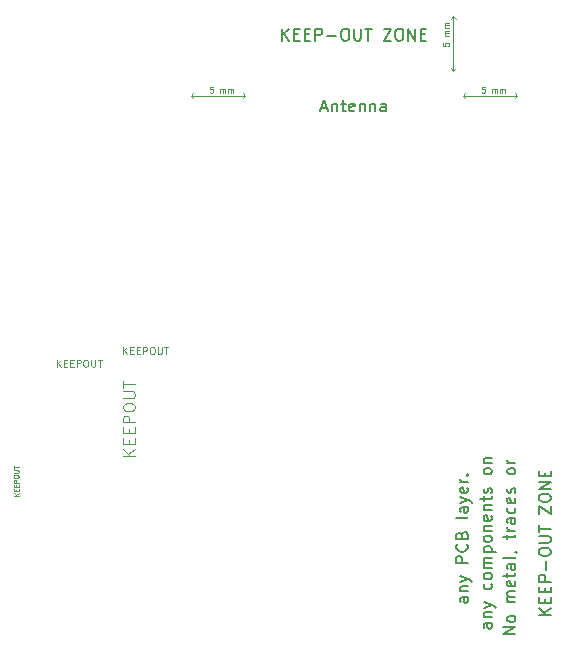
<source format=gbr>
%TF.GenerationSoftware,KiCad,Pcbnew,(6.0.0)*%
%TF.CreationDate,2022-09-29T23:41:46+02:00*%
%TF.ProjectId,bobbycar-lora-can-ethernet,626f6262-7963-4617-922d-6c6f72612d63,rev?*%
%TF.SameCoordinates,Original*%
%TF.FileFunction,Other,Comment*%
%FSLAX46Y46*%
G04 Gerber Fmt 4.6, Leading zero omitted, Abs format (unit mm)*
G04 Created by KiCad (PCBNEW (6.0.0)) date 2022-09-29 23:41:46*
%MOMM*%
%LPD*%
G01*
G04 APERTURE LIST*
%ADD10C,0.100000*%
%ADD11C,0.150000*%
%ADD12C,0.060000*%
%ADD13C,0.090000*%
G04 APERTURE END LIST*
D10*
%TO.C,U1*%
X18061904Y-1651190D02*
X17823809Y-1651190D01*
X17800000Y-1889285D01*
X17823809Y-1865476D01*
X17871428Y-1841666D01*
X17990476Y-1841666D01*
X18038095Y-1865476D01*
X18061904Y-1889285D01*
X18085714Y-1936904D01*
X18085714Y-2055952D01*
X18061904Y-2103571D01*
X18038095Y-2127380D01*
X17990476Y-2151190D01*
X17871428Y-2151190D01*
X17823809Y-2127380D01*
X17800000Y-2103571D01*
X18680952Y-2151190D02*
X18680952Y-1817857D01*
X18680952Y-1865476D02*
X18704761Y-1841666D01*
X18752380Y-1817857D01*
X18823809Y-1817857D01*
X18871428Y-1841666D01*
X18895238Y-1889285D01*
X18895238Y-2151190D01*
X18895238Y-1889285D02*
X18919047Y-1841666D01*
X18966666Y-1817857D01*
X19038095Y-1817857D01*
X19085714Y-1841666D01*
X19109523Y-1889285D01*
X19109523Y-2151190D01*
X19347619Y-2151190D02*
X19347619Y-1817857D01*
X19347619Y-1865476D02*
X19371428Y-1841666D01*
X19419047Y-1817857D01*
X19490476Y-1817857D01*
X19538095Y-1841666D01*
X19561904Y-1889285D01*
X19561904Y-2151190D01*
X19561904Y-1889285D02*
X19585714Y-1841666D01*
X19633333Y-1817857D01*
X19704761Y-1817857D01*
X19752380Y-1841666D01*
X19776190Y-1889285D01*
X19776190Y-2151190D01*
D11*
X27238095Y-3466666D02*
X27714285Y-3466666D01*
X27142857Y-3752380D02*
X27476190Y-2752380D01*
X27809523Y-3752380D01*
X28142857Y-3085714D02*
X28142857Y-3752380D01*
X28142857Y-3180952D02*
X28190476Y-3133333D01*
X28285714Y-3085714D01*
X28428571Y-3085714D01*
X28523809Y-3133333D01*
X28571428Y-3228571D01*
X28571428Y-3752380D01*
X28904761Y-3085714D02*
X29285714Y-3085714D01*
X29047619Y-2752380D02*
X29047619Y-3609523D01*
X29095238Y-3704761D01*
X29190476Y-3752380D01*
X29285714Y-3752380D01*
X30000000Y-3704761D02*
X29904761Y-3752380D01*
X29714285Y-3752380D01*
X29619047Y-3704761D01*
X29571428Y-3609523D01*
X29571428Y-3228571D01*
X29619047Y-3133333D01*
X29714285Y-3085714D01*
X29904761Y-3085714D01*
X30000000Y-3133333D01*
X30047619Y-3228571D01*
X30047619Y-3323809D01*
X29571428Y-3419047D01*
X30476190Y-3085714D02*
X30476190Y-3752380D01*
X30476190Y-3180952D02*
X30523809Y-3133333D01*
X30619047Y-3085714D01*
X30761904Y-3085714D01*
X30857142Y-3133333D01*
X30904761Y-3228571D01*
X30904761Y-3752380D01*
X31380952Y-3085714D02*
X31380952Y-3752380D01*
X31380952Y-3180952D02*
X31428571Y-3133333D01*
X31523809Y-3085714D01*
X31666666Y-3085714D01*
X31761904Y-3133333D01*
X31809523Y-3228571D01*
X31809523Y-3752380D01*
X32714285Y-3752380D02*
X32714285Y-3228571D01*
X32666666Y-3133333D01*
X32571428Y-3085714D01*
X32380952Y-3085714D01*
X32285714Y-3133333D01*
X32714285Y-3704761D02*
X32619047Y-3752380D01*
X32380952Y-3752380D01*
X32285714Y-3704761D01*
X32238095Y-3609523D01*
X32238095Y-3514285D01*
X32285714Y-3419047D01*
X32380952Y-3371428D01*
X32619047Y-3371428D01*
X32714285Y-3323809D01*
D10*
X37526190Y2036904D02*
X37526190Y1798809D01*
X37764285Y1775000D01*
X37740476Y1798809D01*
X37716666Y1846428D01*
X37716666Y1965476D01*
X37740476Y2013095D01*
X37764285Y2036904D01*
X37811904Y2060714D01*
X37930952Y2060714D01*
X37978571Y2036904D01*
X38002380Y2013095D01*
X38026190Y1965476D01*
X38026190Y1846428D01*
X38002380Y1798809D01*
X37978571Y1775000D01*
X38026190Y2655952D02*
X37692857Y2655952D01*
X37740476Y2655952D02*
X37716666Y2679761D01*
X37692857Y2727380D01*
X37692857Y2798809D01*
X37716666Y2846428D01*
X37764285Y2870238D01*
X38026190Y2870238D01*
X37764285Y2870238D02*
X37716666Y2894047D01*
X37692857Y2941666D01*
X37692857Y3013095D01*
X37716666Y3060714D01*
X37764285Y3084523D01*
X38026190Y3084523D01*
X38026190Y3322619D02*
X37692857Y3322619D01*
X37740476Y3322619D02*
X37716666Y3346428D01*
X37692857Y3394047D01*
X37692857Y3465476D01*
X37716666Y3513095D01*
X37764285Y3536904D01*
X38026190Y3536904D01*
X37764285Y3536904D02*
X37716666Y3560714D01*
X37692857Y3608333D01*
X37692857Y3679761D01*
X37716666Y3727380D01*
X37764285Y3751190D01*
X38026190Y3751190D01*
X41061904Y-1651190D02*
X40823809Y-1651190D01*
X40800000Y-1889285D01*
X40823809Y-1865476D01*
X40871428Y-1841666D01*
X40990476Y-1841666D01*
X41038095Y-1865476D01*
X41061904Y-1889285D01*
X41085714Y-1936904D01*
X41085714Y-2055952D01*
X41061904Y-2103571D01*
X41038095Y-2127380D01*
X40990476Y-2151190D01*
X40871428Y-2151190D01*
X40823809Y-2127380D01*
X40800000Y-2103571D01*
X41680952Y-2151190D02*
X41680952Y-1817857D01*
X41680952Y-1865476D02*
X41704761Y-1841666D01*
X41752380Y-1817857D01*
X41823809Y-1817857D01*
X41871428Y-1841666D01*
X41895238Y-1889285D01*
X41895238Y-2151190D01*
X41895238Y-1889285D02*
X41919047Y-1841666D01*
X41966666Y-1817857D01*
X42038095Y-1817857D01*
X42085714Y-1841666D01*
X42109523Y-1889285D01*
X42109523Y-2151190D01*
X42347619Y-2151190D02*
X42347619Y-1817857D01*
X42347619Y-1865476D02*
X42371428Y-1841666D01*
X42419047Y-1817857D01*
X42490476Y-1817857D01*
X42538095Y-1841666D01*
X42561904Y-1889285D01*
X42561904Y-2151190D01*
X42561904Y-1889285D02*
X42585714Y-1841666D01*
X42633333Y-1817857D01*
X42704761Y-1817857D01*
X42752380Y-1841666D01*
X42776190Y-1889285D01*
X42776190Y-2151190D01*
D11*
X23928571Y2247619D02*
X23928571Y3247619D01*
X24500000Y2247619D02*
X24071428Y2819047D01*
X24500000Y3247619D02*
X23928571Y2676190D01*
X24928571Y2771428D02*
X25261904Y2771428D01*
X25404761Y2247619D02*
X24928571Y2247619D01*
X24928571Y3247619D01*
X25404761Y3247619D01*
X25833333Y2771428D02*
X26166666Y2771428D01*
X26309523Y2247619D02*
X25833333Y2247619D01*
X25833333Y3247619D01*
X26309523Y3247619D01*
X26738095Y2247619D02*
X26738095Y3247619D01*
X27119047Y3247619D01*
X27214285Y3200000D01*
X27261904Y3152380D01*
X27309523Y3057142D01*
X27309523Y2914285D01*
X27261904Y2819047D01*
X27214285Y2771428D01*
X27119047Y2723809D01*
X26738095Y2723809D01*
X27738095Y2628571D02*
X28500000Y2628571D01*
X29166666Y3247619D02*
X29357142Y3247619D01*
X29452380Y3200000D01*
X29547619Y3104761D01*
X29595238Y2914285D01*
X29595238Y2580952D01*
X29547619Y2390476D01*
X29452380Y2295238D01*
X29357142Y2247619D01*
X29166666Y2247619D01*
X29071428Y2295238D01*
X28976190Y2390476D01*
X28928571Y2580952D01*
X28928571Y2914285D01*
X28976190Y3104761D01*
X29071428Y3200000D01*
X29166666Y3247619D01*
X30023809Y3247619D02*
X30023809Y2438095D01*
X30071428Y2342857D01*
X30119047Y2295238D01*
X30214285Y2247619D01*
X30404761Y2247619D01*
X30500000Y2295238D01*
X30547619Y2342857D01*
X30595238Y2438095D01*
X30595238Y3247619D01*
X30928571Y3247619D02*
X31500000Y3247619D01*
X31214285Y2247619D02*
X31214285Y3247619D01*
X32500000Y3247619D02*
X33166666Y3247619D01*
X32500000Y2247619D01*
X33166666Y2247619D01*
X33738095Y3247619D02*
X33928571Y3247619D01*
X34023809Y3200000D01*
X34119047Y3104761D01*
X34166666Y2914285D01*
X34166666Y2580952D01*
X34119047Y2390476D01*
X34023809Y2295238D01*
X33928571Y2247619D01*
X33738095Y2247619D01*
X33642857Y2295238D01*
X33547619Y2390476D01*
X33500000Y2580952D01*
X33500000Y2914285D01*
X33547619Y3104761D01*
X33642857Y3200000D01*
X33738095Y3247619D01*
X34595238Y2247619D02*
X34595238Y3247619D01*
X35166666Y2247619D01*
X35166666Y3247619D01*
X35642857Y2771428D02*
X35976190Y2771428D01*
X36119047Y2247619D02*
X35642857Y2247619D01*
X35642857Y3247619D01*
X36119047Y3247619D01*
D12*
%TO.C,J4*%
X1595952Y-36308095D02*
X1195952Y-36308095D01*
X1595952Y-36079523D02*
X1367380Y-36250952D01*
X1195952Y-36079523D02*
X1424523Y-36308095D01*
X1386428Y-35908095D02*
X1386428Y-35774761D01*
X1595952Y-35717619D02*
X1595952Y-35908095D01*
X1195952Y-35908095D01*
X1195952Y-35717619D01*
X1386428Y-35546190D02*
X1386428Y-35412857D01*
X1595952Y-35355714D02*
X1595952Y-35546190D01*
X1195952Y-35546190D01*
X1195952Y-35355714D01*
X1595952Y-35184285D02*
X1195952Y-35184285D01*
X1195952Y-35031904D01*
X1215000Y-34993809D01*
X1234047Y-34974761D01*
X1272142Y-34955714D01*
X1329285Y-34955714D01*
X1367380Y-34974761D01*
X1386428Y-34993809D01*
X1405476Y-35031904D01*
X1405476Y-35184285D01*
X1195952Y-34708095D02*
X1195952Y-34631904D01*
X1215000Y-34593809D01*
X1253095Y-34555714D01*
X1329285Y-34536666D01*
X1462619Y-34536666D01*
X1538809Y-34555714D01*
X1576904Y-34593809D01*
X1595952Y-34631904D01*
X1595952Y-34708095D01*
X1576904Y-34746190D01*
X1538809Y-34784285D01*
X1462619Y-34803333D01*
X1329285Y-34803333D01*
X1253095Y-34784285D01*
X1215000Y-34746190D01*
X1195952Y-34708095D01*
X1195952Y-34365238D02*
X1519761Y-34365238D01*
X1557857Y-34346190D01*
X1576904Y-34327142D01*
X1595952Y-34289047D01*
X1595952Y-34212857D01*
X1576904Y-34174761D01*
X1557857Y-34155714D01*
X1519761Y-34136666D01*
X1195952Y-34136666D01*
X1195952Y-34003333D02*
X1195952Y-33774761D01*
X1595952Y-33889047D02*
X1195952Y-33889047D01*
D13*
X4832857Y-25366428D02*
X4832857Y-24766428D01*
X5175714Y-25366428D02*
X4918571Y-25023571D01*
X5175714Y-24766428D02*
X4832857Y-25109285D01*
X5432857Y-25052142D02*
X5632857Y-25052142D01*
X5718571Y-25366428D02*
X5432857Y-25366428D01*
X5432857Y-24766428D01*
X5718571Y-24766428D01*
X5975714Y-25052142D02*
X6175714Y-25052142D01*
X6261428Y-25366428D02*
X5975714Y-25366428D01*
X5975714Y-24766428D01*
X6261428Y-24766428D01*
X6518571Y-25366428D02*
X6518571Y-24766428D01*
X6747142Y-24766428D01*
X6804285Y-24795000D01*
X6832857Y-24823571D01*
X6861428Y-24880714D01*
X6861428Y-24966428D01*
X6832857Y-25023571D01*
X6804285Y-25052142D01*
X6747142Y-25080714D01*
X6518571Y-25080714D01*
X7232857Y-24766428D02*
X7347142Y-24766428D01*
X7404285Y-24795000D01*
X7461428Y-24852142D01*
X7490000Y-24966428D01*
X7490000Y-25166428D01*
X7461428Y-25280714D01*
X7404285Y-25337857D01*
X7347142Y-25366428D01*
X7232857Y-25366428D01*
X7175714Y-25337857D01*
X7118571Y-25280714D01*
X7090000Y-25166428D01*
X7090000Y-24966428D01*
X7118571Y-24852142D01*
X7175714Y-24795000D01*
X7232857Y-24766428D01*
X7747142Y-24766428D02*
X7747142Y-25252142D01*
X7775714Y-25309285D01*
X7804285Y-25337857D01*
X7861428Y-25366428D01*
X7975714Y-25366428D01*
X8032857Y-25337857D01*
X8061428Y-25309285D01*
X8090000Y-25252142D01*
X8090000Y-24766428D01*
X8290000Y-24766428D02*
X8632857Y-24766428D01*
X8461428Y-25366428D02*
X8461428Y-24766428D01*
X10457857Y-24291428D02*
X10457857Y-23691428D01*
X10800714Y-24291428D02*
X10543571Y-23948571D01*
X10800714Y-23691428D02*
X10457857Y-24034285D01*
X11057857Y-23977142D02*
X11257857Y-23977142D01*
X11343571Y-24291428D02*
X11057857Y-24291428D01*
X11057857Y-23691428D01*
X11343571Y-23691428D01*
X11600714Y-23977142D02*
X11800714Y-23977142D01*
X11886428Y-24291428D02*
X11600714Y-24291428D01*
X11600714Y-23691428D01*
X11886428Y-23691428D01*
X12143571Y-24291428D02*
X12143571Y-23691428D01*
X12372142Y-23691428D01*
X12429285Y-23720000D01*
X12457857Y-23748571D01*
X12486428Y-23805714D01*
X12486428Y-23891428D01*
X12457857Y-23948571D01*
X12429285Y-23977142D01*
X12372142Y-24005714D01*
X12143571Y-24005714D01*
X12857857Y-23691428D02*
X12972142Y-23691428D01*
X13029285Y-23720000D01*
X13086428Y-23777142D01*
X13115000Y-23891428D01*
X13115000Y-24091428D01*
X13086428Y-24205714D01*
X13029285Y-24262857D01*
X12972142Y-24291428D01*
X12857857Y-24291428D01*
X12800714Y-24262857D01*
X12743571Y-24205714D01*
X12715000Y-24091428D01*
X12715000Y-23891428D01*
X12743571Y-23777142D01*
X12800714Y-23720000D01*
X12857857Y-23691428D01*
X13372142Y-23691428D02*
X13372142Y-24177142D01*
X13400714Y-24234285D01*
X13429285Y-24262857D01*
X13486428Y-24291428D01*
X13600714Y-24291428D01*
X13657857Y-24262857D01*
X13686428Y-24234285D01*
X13715000Y-24177142D01*
X13715000Y-23691428D01*
X13915000Y-23691428D02*
X14257857Y-23691428D01*
X14086428Y-24291428D02*
X14086428Y-23691428D01*
D10*
X11442380Y-32890238D02*
X10442380Y-32890238D01*
X11442380Y-32318809D02*
X10870952Y-32747380D01*
X10442380Y-32318809D02*
X11013809Y-32890238D01*
X10918571Y-31890238D02*
X10918571Y-31556904D01*
X11442380Y-31414047D02*
X11442380Y-31890238D01*
X10442380Y-31890238D01*
X10442380Y-31414047D01*
X10918571Y-30985476D02*
X10918571Y-30652142D01*
X11442380Y-30509285D02*
X11442380Y-30985476D01*
X10442380Y-30985476D01*
X10442380Y-30509285D01*
X11442380Y-30080714D02*
X10442380Y-30080714D01*
X10442380Y-29699761D01*
X10490000Y-29604523D01*
X10537619Y-29556904D01*
X10632857Y-29509285D01*
X10775714Y-29509285D01*
X10870952Y-29556904D01*
X10918571Y-29604523D01*
X10966190Y-29699761D01*
X10966190Y-30080714D01*
X10442380Y-28890238D02*
X10442380Y-28699761D01*
X10490000Y-28604523D01*
X10585238Y-28509285D01*
X10775714Y-28461666D01*
X11109047Y-28461666D01*
X11299523Y-28509285D01*
X11394761Y-28604523D01*
X11442380Y-28699761D01*
X11442380Y-28890238D01*
X11394761Y-28985476D01*
X11299523Y-29080714D01*
X11109047Y-29128333D01*
X10775714Y-29128333D01*
X10585238Y-29080714D01*
X10490000Y-28985476D01*
X10442380Y-28890238D01*
X10442380Y-28033095D02*
X11251904Y-28033095D01*
X11347142Y-27985476D01*
X11394761Y-27937857D01*
X11442380Y-27842619D01*
X11442380Y-27652142D01*
X11394761Y-27556904D01*
X11347142Y-27509285D01*
X11251904Y-27461666D01*
X10442380Y-27461666D01*
X10442380Y-27128333D02*
X10442380Y-26556904D01*
X11442380Y-26842619D02*
X10442380Y-26842619D01*
D11*
%TO.C,AE2*%
X41652380Y-47061904D02*
X41128571Y-47061904D01*
X41033333Y-47109523D01*
X40985714Y-47204761D01*
X40985714Y-47395238D01*
X41033333Y-47490476D01*
X41604761Y-47061904D02*
X41652380Y-47157142D01*
X41652380Y-47395238D01*
X41604761Y-47490476D01*
X41509523Y-47538095D01*
X41414285Y-47538095D01*
X41319047Y-47490476D01*
X41271428Y-47395238D01*
X41271428Y-47157142D01*
X41223809Y-47061904D01*
X40985714Y-46585714D02*
X41652380Y-46585714D01*
X41080952Y-46585714D02*
X41033333Y-46538095D01*
X40985714Y-46442857D01*
X40985714Y-46300000D01*
X41033333Y-46204761D01*
X41128571Y-46157142D01*
X41652380Y-46157142D01*
X40985714Y-45776190D02*
X41652380Y-45538095D01*
X40985714Y-45300000D02*
X41652380Y-45538095D01*
X41890476Y-45633333D01*
X41938095Y-45680952D01*
X41985714Y-45776190D01*
X41604761Y-43728571D02*
X41652380Y-43823809D01*
X41652380Y-44014285D01*
X41604761Y-44109523D01*
X41557142Y-44157142D01*
X41461904Y-44204761D01*
X41176190Y-44204761D01*
X41080952Y-44157142D01*
X41033333Y-44109523D01*
X40985714Y-44014285D01*
X40985714Y-43823809D01*
X41033333Y-43728571D01*
X41652380Y-43157142D02*
X41604761Y-43252380D01*
X41557142Y-43300000D01*
X41461904Y-43347619D01*
X41176190Y-43347619D01*
X41080952Y-43300000D01*
X41033333Y-43252380D01*
X40985714Y-43157142D01*
X40985714Y-43014285D01*
X41033333Y-42919047D01*
X41080952Y-42871428D01*
X41176190Y-42823809D01*
X41461904Y-42823809D01*
X41557142Y-42871428D01*
X41604761Y-42919047D01*
X41652380Y-43014285D01*
X41652380Y-43157142D01*
X41652380Y-42395238D02*
X40985714Y-42395238D01*
X41080952Y-42395238D02*
X41033333Y-42347619D01*
X40985714Y-42252380D01*
X40985714Y-42109523D01*
X41033333Y-42014285D01*
X41128571Y-41966666D01*
X41652380Y-41966666D01*
X41128571Y-41966666D02*
X41033333Y-41919047D01*
X40985714Y-41823809D01*
X40985714Y-41680952D01*
X41033333Y-41585714D01*
X41128571Y-41538095D01*
X41652380Y-41538095D01*
X40985714Y-41061904D02*
X41985714Y-41061904D01*
X41033333Y-41061904D02*
X40985714Y-40966666D01*
X40985714Y-40776190D01*
X41033333Y-40680952D01*
X41080952Y-40633333D01*
X41176190Y-40585714D01*
X41461904Y-40585714D01*
X41557142Y-40633333D01*
X41604761Y-40680952D01*
X41652380Y-40776190D01*
X41652380Y-40966666D01*
X41604761Y-41061904D01*
X41652380Y-40014285D02*
X41604761Y-40109523D01*
X41557142Y-40157142D01*
X41461904Y-40204761D01*
X41176190Y-40204761D01*
X41080952Y-40157142D01*
X41033333Y-40109523D01*
X40985714Y-40014285D01*
X40985714Y-39871428D01*
X41033333Y-39776190D01*
X41080952Y-39728571D01*
X41176190Y-39680952D01*
X41461904Y-39680952D01*
X41557142Y-39728571D01*
X41604761Y-39776190D01*
X41652380Y-39871428D01*
X41652380Y-40014285D01*
X40985714Y-39252380D02*
X41652380Y-39252380D01*
X41080952Y-39252380D02*
X41033333Y-39204761D01*
X40985714Y-39109523D01*
X40985714Y-38966666D01*
X41033333Y-38871428D01*
X41128571Y-38823809D01*
X41652380Y-38823809D01*
X41604761Y-37966666D02*
X41652380Y-38061904D01*
X41652380Y-38252380D01*
X41604761Y-38347619D01*
X41509523Y-38395238D01*
X41128571Y-38395238D01*
X41033333Y-38347619D01*
X40985714Y-38252380D01*
X40985714Y-38061904D01*
X41033333Y-37966666D01*
X41128571Y-37919047D01*
X41223809Y-37919047D01*
X41319047Y-38395238D01*
X40985714Y-37490476D02*
X41652380Y-37490476D01*
X41080952Y-37490476D02*
X41033333Y-37442857D01*
X40985714Y-37347619D01*
X40985714Y-37204761D01*
X41033333Y-37109523D01*
X41128571Y-37061904D01*
X41652380Y-37061904D01*
X40985714Y-36728571D02*
X40985714Y-36347619D01*
X40652380Y-36585714D02*
X41509523Y-36585714D01*
X41604761Y-36538095D01*
X41652380Y-36442857D01*
X41652380Y-36347619D01*
X41604761Y-36061904D02*
X41652380Y-35966666D01*
X41652380Y-35776190D01*
X41604761Y-35680952D01*
X41509523Y-35633333D01*
X41461904Y-35633333D01*
X41366666Y-35680952D01*
X41319047Y-35776190D01*
X41319047Y-35919047D01*
X41271428Y-36014285D01*
X41176190Y-36061904D01*
X41128571Y-36061904D01*
X41033333Y-36014285D01*
X40985714Y-35919047D01*
X40985714Y-35776190D01*
X41033333Y-35680952D01*
X41652380Y-34300000D02*
X41604761Y-34395238D01*
X41557142Y-34442857D01*
X41461904Y-34490476D01*
X41176190Y-34490476D01*
X41080952Y-34442857D01*
X41033333Y-34395238D01*
X40985714Y-34300000D01*
X40985714Y-34157142D01*
X41033333Y-34061904D01*
X41080952Y-34014285D01*
X41176190Y-33966666D01*
X41461904Y-33966666D01*
X41557142Y-34014285D01*
X41604761Y-34061904D01*
X41652380Y-34157142D01*
X41652380Y-34300000D01*
X40985714Y-33538095D02*
X41652380Y-33538095D01*
X41080952Y-33538095D02*
X41033333Y-33490476D01*
X40985714Y-33395238D01*
X40985714Y-33252380D01*
X41033333Y-33157142D01*
X41128571Y-33109523D01*
X41652380Y-33109523D01*
X43652380Y-47966666D02*
X42652380Y-47966666D01*
X43652380Y-47395238D01*
X42652380Y-47395238D01*
X43652380Y-46776190D02*
X43604761Y-46871428D01*
X43557142Y-46919047D01*
X43461904Y-46966666D01*
X43176190Y-46966666D01*
X43080952Y-46919047D01*
X43033333Y-46871428D01*
X42985714Y-46776190D01*
X42985714Y-46633333D01*
X43033333Y-46538095D01*
X43080952Y-46490476D01*
X43176190Y-46442857D01*
X43461904Y-46442857D01*
X43557142Y-46490476D01*
X43604761Y-46538095D01*
X43652380Y-46633333D01*
X43652380Y-46776190D01*
X43652380Y-45252380D02*
X42985714Y-45252380D01*
X43080952Y-45252380D02*
X43033333Y-45204761D01*
X42985714Y-45109523D01*
X42985714Y-44966666D01*
X43033333Y-44871428D01*
X43128571Y-44823809D01*
X43652380Y-44823809D01*
X43128571Y-44823809D02*
X43033333Y-44776190D01*
X42985714Y-44680952D01*
X42985714Y-44538095D01*
X43033333Y-44442857D01*
X43128571Y-44395238D01*
X43652380Y-44395238D01*
X43604761Y-43538095D02*
X43652380Y-43633333D01*
X43652380Y-43823809D01*
X43604761Y-43919047D01*
X43509523Y-43966666D01*
X43128571Y-43966666D01*
X43033333Y-43919047D01*
X42985714Y-43823809D01*
X42985714Y-43633333D01*
X43033333Y-43538095D01*
X43128571Y-43490476D01*
X43223809Y-43490476D01*
X43319047Y-43966666D01*
X42985714Y-43204761D02*
X42985714Y-42823809D01*
X42652380Y-43061904D02*
X43509523Y-43061904D01*
X43604761Y-43014285D01*
X43652380Y-42919047D01*
X43652380Y-42823809D01*
X43652380Y-42061904D02*
X43128571Y-42061904D01*
X43033333Y-42109523D01*
X42985714Y-42204761D01*
X42985714Y-42395238D01*
X43033333Y-42490476D01*
X43604761Y-42061904D02*
X43652380Y-42157142D01*
X43652380Y-42395238D01*
X43604761Y-42490476D01*
X43509523Y-42538095D01*
X43414285Y-42538095D01*
X43319047Y-42490476D01*
X43271428Y-42395238D01*
X43271428Y-42157142D01*
X43223809Y-42061904D01*
X43652380Y-41442857D02*
X43604761Y-41538095D01*
X43509523Y-41585714D01*
X42652380Y-41585714D01*
X43604761Y-41014285D02*
X43652380Y-41014285D01*
X43747619Y-41061904D01*
X43795238Y-41109523D01*
X42985714Y-39966666D02*
X42985714Y-39585714D01*
X42652380Y-39823809D02*
X43509523Y-39823809D01*
X43604761Y-39776190D01*
X43652380Y-39680952D01*
X43652380Y-39585714D01*
X43652380Y-39252380D02*
X42985714Y-39252380D01*
X43176190Y-39252380D02*
X43080952Y-39204761D01*
X43033333Y-39157142D01*
X42985714Y-39061904D01*
X42985714Y-38966666D01*
X43652380Y-38204761D02*
X43128571Y-38204761D01*
X43033333Y-38252380D01*
X42985714Y-38347619D01*
X42985714Y-38538095D01*
X43033333Y-38633333D01*
X43604761Y-38204761D02*
X43652380Y-38300000D01*
X43652380Y-38538095D01*
X43604761Y-38633333D01*
X43509523Y-38680952D01*
X43414285Y-38680952D01*
X43319047Y-38633333D01*
X43271428Y-38538095D01*
X43271428Y-38300000D01*
X43223809Y-38204761D01*
X43604761Y-37300000D02*
X43652380Y-37395238D01*
X43652380Y-37585714D01*
X43604761Y-37680952D01*
X43557142Y-37728571D01*
X43461904Y-37776190D01*
X43176190Y-37776190D01*
X43080952Y-37728571D01*
X43033333Y-37680952D01*
X42985714Y-37585714D01*
X42985714Y-37395238D01*
X43033333Y-37300000D01*
X43604761Y-36490476D02*
X43652380Y-36585714D01*
X43652380Y-36776190D01*
X43604761Y-36871428D01*
X43509523Y-36919047D01*
X43128571Y-36919047D01*
X43033333Y-36871428D01*
X42985714Y-36776190D01*
X42985714Y-36585714D01*
X43033333Y-36490476D01*
X43128571Y-36442857D01*
X43223809Y-36442857D01*
X43319047Y-36919047D01*
X43604761Y-36061904D02*
X43652380Y-35966666D01*
X43652380Y-35776190D01*
X43604761Y-35680952D01*
X43509523Y-35633333D01*
X43461904Y-35633333D01*
X43366666Y-35680952D01*
X43319047Y-35776190D01*
X43319047Y-35919047D01*
X43271428Y-36014285D01*
X43176190Y-36061904D01*
X43128571Y-36061904D01*
X43033333Y-36014285D01*
X42985714Y-35919047D01*
X42985714Y-35776190D01*
X43033333Y-35680952D01*
X43652380Y-34300000D02*
X43604761Y-34395238D01*
X43557142Y-34442857D01*
X43461904Y-34490476D01*
X43176190Y-34490476D01*
X43080952Y-34442857D01*
X43033333Y-34395238D01*
X42985714Y-34300000D01*
X42985714Y-34157142D01*
X43033333Y-34061904D01*
X43080952Y-34014285D01*
X43176190Y-33966666D01*
X43461904Y-33966666D01*
X43557142Y-34014285D01*
X43604761Y-34061904D01*
X43652380Y-34157142D01*
X43652380Y-34300000D01*
X43652380Y-33538095D02*
X42985714Y-33538095D01*
X43176190Y-33538095D02*
X43080952Y-33490476D01*
X43033333Y-33442857D01*
X42985714Y-33347619D01*
X42985714Y-33252380D01*
X46652380Y-46371428D02*
X45652380Y-46371428D01*
X46652380Y-45800000D02*
X46080952Y-46228571D01*
X45652380Y-45800000D02*
X46223809Y-46371428D01*
X46128571Y-45371428D02*
X46128571Y-45038095D01*
X46652380Y-44895238D02*
X46652380Y-45371428D01*
X45652380Y-45371428D01*
X45652380Y-44895238D01*
X46128571Y-44466666D02*
X46128571Y-44133333D01*
X46652380Y-43990476D02*
X46652380Y-44466666D01*
X45652380Y-44466666D01*
X45652380Y-43990476D01*
X46652380Y-43561904D02*
X45652380Y-43561904D01*
X45652380Y-43180952D01*
X45700000Y-43085714D01*
X45747619Y-43038095D01*
X45842857Y-42990476D01*
X45985714Y-42990476D01*
X46080952Y-43038095D01*
X46128571Y-43085714D01*
X46176190Y-43180952D01*
X46176190Y-43561904D01*
X46271428Y-42561904D02*
X46271428Y-41800000D01*
X45652380Y-41133333D02*
X45652380Y-40942857D01*
X45700000Y-40847619D01*
X45795238Y-40752380D01*
X45985714Y-40704761D01*
X46319047Y-40704761D01*
X46509523Y-40752380D01*
X46604761Y-40847619D01*
X46652380Y-40942857D01*
X46652380Y-41133333D01*
X46604761Y-41228571D01*
X46509523Y-41323809D01*
X46319047Y-41371428D01*
X45985714Y-41371428D01*
X45795238Y-41323809D01*
X45700000Y-41228571D01*
X45652380Y-41133333D01*
X45652380Y-40276190D02*
X46461904Y-40276190D01*
X46557142Y-40228571D01*
X46604761Y-40180952D01*
X46652380Y-40085714D01*
X46652380Y-39895238D01*
X46604761Y-39800000D01*
X46557142Y-39752380D01*
X46461904Y-39704761D01*
X45652380Y-39704761D01*
X45652380Y-39371428D02*
X45652380Y-38800000D01*
X46652380Y-39085714D02*
X45652380Y-39085714D01*
X45652380Y-37800000D02*
X45652380Y-37133333D01*
X46652380Y-37800000D01*
X46652380Y-37133333D01*
X45652380Y-36561904D02*
X45652380Y-36371428D01*
X45700000Y-36276190D01*
X45795238Y-36180952D01*
X45985714Y-36133333D01*
X46319047Y-36133333D01*
X46509523Y-36180952D01*
X46604761Y-36276190D01*
X46652380Y-36371428D01*
X46652380Y-36561904D01*
X46604761Y-36657142D01*
X46509523Y-36752380D01*
X46319047Y-36800000D01*
X45985714Y-36800000D01*
X45795238Y-36752380D01*
X45700000Y-36657142D01*
X45652380Y-36561904D01*
X46652380Y-35704761D02*
X45652380Y-35704761D01*
X46652380Y-35133333D01*
X45652380Y-35133333D01*
X46128571Y-34657142D02*
X46128571Y-34323809D01*
X46652380Y-34180952D02*
X46652380Y-34657142D01*
X45652380Y-34657142D01*
X45652380Y-34180952D01*
X39652380Y-44871428D02*
X39128571Y-44871428D01*
X39033333Y-44919047D01*
X38985714Y-45014285D01*
X38985714Y-45204761D01*
X39033333Y-45300000D01*
X39604761Y-44871428D02*
X39652380Y-44966666D01*
X39652380Y-45204761D01*
X39604761Y-45300000D01*
X39509523Y-45347619D01*
X39414285Y-45347619D01*
X39319047Y-45300000D01*
X39271428Y-45204761D01*
X39271428Y-44966666D01*
X39223809Y-44871428D01*
X38985714Y-44395238D02*
X39652380Y-44395238D01*
X39080952Y-44395238D02*
X39033333Y-44347619D01*
X38985714Y-44252380D01*
X38985714Y-44109523D01*
X39033333Y-44014285D01*
X39128571Y-43966666D01*
X39652380Y-43966666D01*
X38985714Y-43585714D02*
X39652380Y-43347619D01*
X38985714Y-43109523D02*
X39652380Y-43347619D01*
X39890476Y-43442857D01*
X39938095Y-43490476D01*
X39985714Y-43585714D01*
X39652380Y-41966666D02*
X38652380Y-41966666D01*
X38652380Y-41585714D01*
X38700000Y-41490476D01*
X38747619Y-41442857D01*
X38842857Y-41395238D01*
X38985714Y-41395238D01*
X39080952Y-41442857D01*
X39128571Y-41490476D01*
X39176190Y-41585714D01*
X39176190Y-41966666D01*
X39557142Y-40395238D02*
X39604761Y-40442857D01*
X39652380Y-40585714D01*
X39652380Y-40680952D01*
X39604761Y-40823809D01*
X39509523Y-40919047D01*
X39414285Y-40966666D01*
X39223809Y-41014285D01*
X39080952Y-41014285D01*
X38890476Y-40966666D01*
X38795238Y-40919047D01*
X38700000Y-40823809D01*
X38652380Y-40680952D01*
X38652380Y-40585714D01*
X38700000Y-40442857D01*
X38747619Y-40395238D01*
X39128571Y-39633333D02*
X39176190Y-39490476D01*
X39223809Y-39442857D01*
X39319047Y-39395238D01*
X39461904Y-39395238D01*
X39557142Y-39442857D01*
X39604761Y-39490476D01*
X39652380Y-39585714D01*
X39652380Y-39966666D01*
X38652380Y-39966666D01*
X38652380Y-39633333D01*
X38700000Y-39538095D01*
X38747619Y-39490476D01*
X38842857Y-39442857D01*
X38938095Y-39442857D01*
X39033333Y-39490476D01*
X39080952Y-39538095D01*
X39128571Y-39633333D01*
X39128571Y-39966666D01*
X39652380Y-38061904D02*
X39604761Y-38157142D01*
X39509523Y-38204761D01*
X38652380Y-38204761D01*
X39652380Y-37252380D02*
X39128571Y-37252380D01*
X39033333Y-37300000D01*
X38985714Y-37395238D01*
X38985714Y-37585714D01*
X39033333Y-37680952D01*
X39604761Y-37252380D02*
X39652380Y-37347619D01*
X39652380Y-37585714D01*
X39604761Y-37680952D01*
X39509523Y-37728571D01*
X39414285Y-37728571D01*
X39319047Y-37680952D01*
X39271428Y-37585714D01*
X39271428Y-37347619D01*
X39223809Y-37252380D01*
X38985714Y-36871428D02*
X39652380Y-36633333D01*
X38985714Y-36395238D02*
X39652380Y-36633333D01*
X39890476Y-36728571D01*
X39938095Y-36776190D01*
X39985714Y-36871428D01*
X39604761Y-35633333D02*
X39652380Y-35728571D01*
X39652380Y-35919047D01*
X39604761Y-36014285D01*
X39509523Y-36061904D01*
X39128571Y-36061904D01*
X39033333Y-36014285D01*
X38985714Y-35919047D01*
X38985714Y-35728571D01*
X39033333Y-35633333D01*
X39128571Y-35585714D01*
X39223809Y-35585714D01*
X39319047Y-36061904D01*
X39652380Y-35157142D02*
X38985714Y-35157142D01*
X39176190Y-35157142D02*
X39080952Y-35109523D01*
X39033333Y-35061904D01*
X38985714Y-34966666D01*
X38985714Y-34871428D01*
X39557142Y-34538095D02*
X39604761Y-34490476D01*
X39652380Y-34538095D01*
X39604761Y-34585714D01*
X39557142Y-34538095D01*
X39652380Y-34538095D01*
D10*
%TO.C,U1*%
X38400000Y-300000D02*
X38400000Y4300000D01*
X38400000Y4300000D02*
X38200000Y4100000D01*
X16200000Y-2425000D02*
X16400000Y-2225000D01*
X39200000Y-2425000D02*
X39400000Y-2225000D01*
X20800000Y-2425000D02*
X20600000Y-2225000D01*
X16200000Y-2425000D02*
X20800000Y-2425000D01*
X43800000Y-2425000D02*
X43600000Y-2625000D01*
X43800000Y-2425000D02*
X43600000Y-2225000D01*
X20800000Y-2425000D02*
X20600000Y-2625000D01*
X39200000Y-2425000D02*
X39400000Y-2625000D01*
X16200000Y-2425000D02*
X16400000Y-2625000D01*
X38400000Y-300000D02*
X38200000Y-100000D01*
X39200000Y-2425000D02*
X43800000Y-2425000D01*
X38400000Y4300000D02*
X38600000Y4100000D01*
X38400000Y-300000D02*
X38600000Y-100000D01*
%TD*%
M02*

</source>
